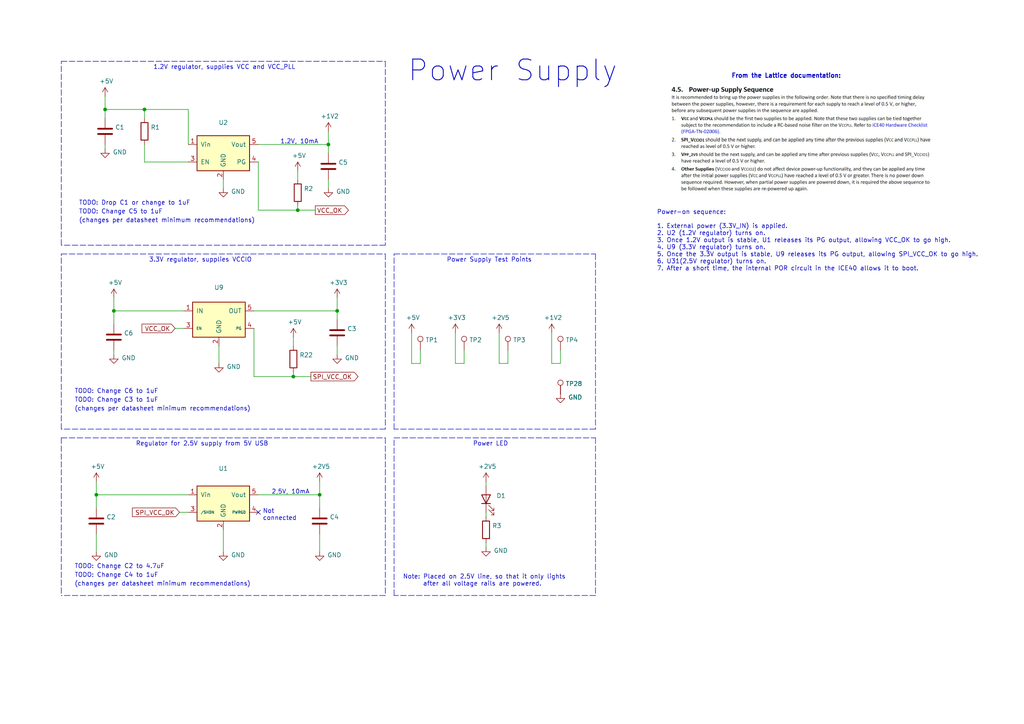
<source format=kicad_sch>
(kicad_sch (version 20211123) (generator eeschema)
  (paper "A4")
  (title_block (title "Power Supply") (date "2021-09-29") (rev "V1") (company "Tillitis AB") (comment 1 "2022"))
  (lib_symbols
    (symbol "Connector:TestPoint" (pin_numbers hide) (pin_names (offset 0.762) hide)
      (property "Reference" "TP" (at 0 6.858 0))
      (property "Value" "TestPoint" (at 0 5.08 0))
      (symbol "TestPoint_0_1"
        (circle (center 0 3.302) (radius 0.762))
      )
      (symbol "TestPoint_1_1"
        (pin passive line (at 0 0 90) (length 2.54) (name "1") (number "1"))
      )
    )
    (symbol "Device:C" (pin_numbers hide) (pin_names (offset 0.254))
      (property "Reference" "C" (at 0.635 2.54 0))
      (property "Value" "C" (at 0.635 -2.54 0))
      (symbol "C_0_1"
        (polyline (pts (xy -2.032 -0.762) (xy 2.032 -0.762)) (stroke (width 0.508)))
        (polyline (pts (xy -2.032 0.762) (xy 2.032 0.762)) (stroke (width 0.508)))
      )
      (symbol "C_1_1"
        (pin passive line (at 0 3.81 270) (length 2.794) (name "~") (number "1"))
        (pin passive line (at 0 -3.81 90) (length 2.794) (name "~") (number "2"))
      )
    )
    (symbol "Device:LED" (pin_numbers hide) (pin_names (offset 1.016) hide)
      (property "Reference" "D" (at 0 2.54 0))
      (property "Value" "LED" (at 0 -2.54 0))
      (symbol "LED_0_1"
        (polyline (pts (xy -1.27 -1.27) (xy -1.27 1.27)) (stroke (width 0.254)))
        (polyline (pts (xy -1.27 0) (xy 1.27 0)))
        (polyline (pts (xy 1.27 -1.27) (xy 1.27 1.27) (xy -1.27 0) (xy 1.27 -1.27)) (stroke (width 0.254)))
        (polyline (pts (xy -3.048 -0.762) (xy -4.572 -2.286) (xy -3.81 -2.286) (xy -4.572 -2.286) (xy -4.572 -1.524)))
        (polyline (pts (xy -1.778 -0.762) (xy -3.302 -2.286) (xy -2.54 -2.286) (xy -3.302 -2.286) (xy -3.302 -1.524)))
      )
      (symbol "LED_1_1"
        (pin passive line (at -3.81 0 0) (length 2.54) (name "K") (number "1"))
        (pin passive line (at 3.81 0 180) (length 2.54) (name "A") (number "2"))
      )
    )
    (symbol "Device:R" (pin_numbers hide) (pin_names (offset 0))
      (property "Reference" "R" (at 2.032 0 90))
      (property "Value" "R" (at 0 0 90))
      (symbol "R_0_1"
        (rectangle (start -1.016 -2.54) (end 1.016 2.54) (stroke (width 0.254)))
      )
      (symbol "R_1_1"
        (pin passive line (at 0 3.81 270) (length 1.27) (name "~") (number "1"))
        (pin passive line (at 0 -3.81 90) (length 1.27) (name "~") (number "2"))
      )
    )
    (symbol "mta1:MCP1824T-2502EOT" (pin_names (offset 1.016))
      (property "Reference" "U" (at 7.62 -6.35 0))
      (property "Value" "MCP1824T-2502EOT" (at 0 7.62 0))
      (symbol "MCP1824T-2502EOT_1_1"
        (rectangle (start -7.62 6.35) (end 7.62 -3.81) (stroke (width 0.254)) (fill (type background)))
        (pin power_in line (at -10.16 3.81 0) (length 2.54) (name "Vin") (number "1"))
        (pin power_in line (at 0 -6.35 90) (length 2.54) (name "GND") (number "2"))
        (pin input line (at -10.16 -1.27 0) (length 2.54) (name "/SHDN") (number "3"))
        (pin open_collector line (at 10.16 -1.27 180) (length 2.54) (name "PWRGD") (number "4"))
        (pin power_out line (at 10.16 3.81 180) (length 2.54) (name "Vout") (number "5"))
      )
    )
    (symbol "mta1:MIC5258-1.2YM5-TR" (pin_names (offset 1.016))
      (property "Reference" "U" (at 7.62 -6.35 0))
      (property "Value" "MIC5258-1.2YM5-TR" (at 0 7.62 0))
      (symbol "MIC5258-1.2YM5-TR_1_1"
        (rectangle (start -7.62 6.35) (end 7.62 -3.81) (stroke (width 0.254)) (fill (type background)))
        (pin power_in line (at -10.16 3.81 0) (length 2.54) (name "Vin") (number "1"))
        (pin power_in line (at 0 -6.35 90) (length 2.54) (name "GND") (number "2"))
        (pin input line (at -10.16 -1.27 0) (length 2.54) (name "EN") (number "3"))
        (pin open_collector line (at 10.16 -1.27 180) (length 2.54) (name "PG") (number "4"))
        (pin power_out line (at 10.16 3.81 180) (length 2.54) (name "Vout") (number "5"))
      )
    )
    (symbol "mta1:NCP752BSN33T1G" (pin_names (offset 1.016))
      (property "Reference" "U" (at 5.08 -6.35 0))
      (property "Value" "NCP752BSN33T1G" (at 0 6.35 0))
      (symbol "NCP752BSN33T1G_1_1"
        (rectangle (start -7.62 5.08) (end 7.62 -5.08) (stroke (width 0.254)) (fill (type background)))
        (pin power_in line (at -10.16 2.54 0) (length 2.54) (name "IN") (number "1"))
        (pin power_in line (at 0 -7.62 90) (length 2.54) (name "GND") (number "2"))
        (pin input line (at -10.16 -2.54 0) (length 2.54) (name "EN") (number "3"))
        (pin open_collector line (at 10.16 -2.54 180) (length 2.54) (name "PG") (number "4"))
        (pin power_out line (at 10.16 2.54 180) (length 2.54) (name "OUT") (number "5"))
      )
    )
    (symbol "power:+1V2" (power) (pin_names (offset 0))
      (property "Value" "+1V2" (at 0 3.556 0))
      (symbol "+1V2_0_1"
        (polyline (pts (xy -0.762 1.27) (xy 0 2.54)))
        (polyline (pts (xy 0 0) (xy 0 2.54)))
        (polyline (pts (xy 0 2.54) (xy 0.762 1.27)))
      )
      (symbol "+1V2_1_1"
        (pin power_in line (at 0 0 90) (length 0) hide (name "+1V2") (number "1"))
      )
    )
    (symbol "power:+2V5" (power) (pin_names (offset 0))
      (property "Value" "+2V5" (at 0 3.556 0))
      (symbol "+2V5_0_1"
        (polyline (pts (xy -0.762 1.27) (xy 0 2.54)))
        (polyline (pts (xy 0 0) (xy 0 2.54)))
        (polyline (pts (xy 0 2.54) (xy 0.762 1.27)))
      )
      (symbol "+2V5_1_1"
        (pin power_in line (at 0 0 90) (length 0) hide (name "+2V5") (number "1"))
      )
    )
    (symbol "power:+3.3V" (power) (pin_names (offset 0))
      (property "Value" "+3.3V" (at 0 3.556 0))
      (symbol "+3.3V_0_1"
        (polyline (pts (xy -0.762 1.27) (xy 0 2.54)))
        (polyline (pts (xy 0 0) (xy 0 2.54)))
        (polyline (pts (xy 0 2.54) (xy 0.762 1.27)))
      )
      (symbol "+3.3V_1_1"
        (pin power_in line (at 0 0 90) (length 0) hide (name "+3V3") (number "1"))
      )
    )
    (symbol "power:+5V" (power) (pin_names (offset 0))
      (property "Value" "+5V" (at 0 3.556 0))
      (symbol "+5V_0_1"
        (polyline (pts (xy -0.762 1.27) (xy 0 2.54)))
        (polyline (pts (xy 0 0) (xy 0 2.54)))
        (polyline (pts (xy 0 2.54) (xy 0.762 1.27)))
      )
      (symbol "+5V_1_1"
        (pin power_in line (at 0 0 90) (length 0) hide (name "+5V") (number "1"))
      )
    )
    (symbol "power:GND" (power) (pin_names (offset 0))
      (property "Value" "GND" (at 0 -3.81 0))
      (symbol "GND_0_1"
        (polyline (pts (xy 0 0) (xy 0 -1.27) (xy 1.27 -1.27) (xy 0 -2.54) (xy -1.27 -1.27) (xy 0 -1.27)))
      )
      (symbol "GND_1_1"
        (pin power_in line (at 0 0 270) (length 0) hide (name "GND") (number "1"))
      )
    )
  )
  (junction (at 30.48 31.75))
  (junction (at 33.02 90.17))
  (junction (at 41.91 31.75))
  (junction (at 86.36 60.96))
  (junction (at 92.71 143.51))
  (junction (at 95.25 41.91))
  (junction (at 27.94 143.51))
  (junction (at 85.09 109.22))
  (junction (at 97.79 90.17))
  (no_connect (at 74.93 148.59))
  (wire (pts (xy 74.93 41.91) (xy 95.25 41.91)))
  (polyline (pts (xy 111.76 73.66) (xy 111.76 124.46)))
  (wire (pts (xy 41.91 41.91) (xy 41.91 46.99)))
  (polyline (pts (xy 114.3 124.46) (xy 114.3 73.66)))
  (polyline (pts (xy 111.76 124.46) (xy 17.78 124.46)))
  (wire (pts (xy 54.61 143.51) (xy 27.94 143.51)))
  (wire (pts (xy 97.79 100.33) (xy 97.79 102.87)))
  (wire (pts (xy 30.48 41.91) (xy 30.48 43.18)))
  (wire (pts (xy 64.77 153.67) (xy 64.77 160.02)))
  (polyline (pts (xy 111.76 71.12) (xy 17.78 71.12)))
  (wire (pts (xy 64.77 52.07) (xy 64.77 54.61)))
  (wire (pts (xy 27.94 139.7) (xy 27.94 143.51)))
  (wire (pts (xy 97.79 90.17) (xy 97.79 92.71)))
  (wire (pts (xy 41.91 31.75) (xy 54.61 31.75)))
  (wire (pts (xy 95.25 41.91) (xy 95.25 44.45)))
  (wire (pts (xy 132.08 105.41) (xy 134.62 105.41)))
  (wire (pts (xy 30.48 27.94) (xy 30.48 31.75)))
  (wire (pts (xy 33.02 101.6) (xy 33.02 102.87)))
  (wire (pts (xy 54.61 41.91) (xy 54.61 31.75)))
  (wire (pts (xy 74.93 60.96) (xy 86.36 60.96)))
  (polyline (pts (xy 114.3 127) (xy 172.72 127)))
  (wire (pts (xy 119.38 96.52) (xy 119.38 105.41)))
  (wire (pts (xy 73.66 90.17) (xy 97.79 90.17)))
  (polyline (pts (xy 17.78 124.46) (xy 17.78 73.66)))
  (wire (pts (xy 160.02 96.52) (xy 160.02 105.41)))
  (wire (pts (xy 74.93 143.51) (xy 92.71 143.51)))
  (wire (pts (xy 140.97 148.59) (xy 140.97 149.86)))
  (wire (pts (xy 54.61 148.59) (xy 52.07 148.59)))
  (polyline (pts (xy 114.3 73.66) (xy 172.72 73.66)))
  (wire (pts (xy 121.92 105.41) (xy 121.92 101.6)))
  (polyline (pts (xy 17.78 71.12) (xy 17.78 17.78)))
  (polyline (pts (xy 17.78 73.66) (xy 111.76 73.66)))
  (polyline (pts (xy 114.3 172.72) (xy 114.3 127)))
  (polyline (pts (xy 111.76 127) (xy 111.76 172.72)))
  (wire (pts (xy 92.71 154.94) (xy 92.71 160.02)))
  (wire (pts (xy 140.97 139.7) (xy 140.97 140.97)))
  (wire (pts (xy 95.25 52.07) (xy 95.25 54.61)))
  (wire (pts (xy 85.09 107.95) (xy 85.09 109.22)))
  (wire (pts (xy 97.79 90.17) (xy 97.79 86.36)))
  (wire (pts (xy 134.62 105.41) (xy 134.62 101.6)))
  (polyline (pts (xy 111.76 172.72) (xy 17.78 172.72)))
  (wire (pts (xy 132.08 96.52) (xy 132.08 105.41)))
  (wire (pts (xy 85.09 100.33) (xy 85.09 97.79)))
  (wire (pts (xy 54.61 46.99) (xy 41.91 46.99)))
  (polyline (pts (xy 111.76 17.78) (xy 111.76 71.12)))
  (wire (pts (xy 86.36 60.96) (xy 91.44 60.96)))
  (wire (pts (xy 144.78 96.52) (xy 144.78 105.41)))
  (polyline (pts (xy 172.72 73.66) (xy 172.72 124.46)))
  (wire (pts (xy 33.02 86.36) (xy 33.02 90.17)))
  (wire (pts (xy 140.97 157.48) (xy 140.97 158.75)))
  (wire (pts (xy 41.91 34.29) (xy 41.91 31.75)))
  (wire (pts (xy 74.93 46.99) (xy 74.93 60.96)))
  (wire (pts (xy 73.66 95.25) (xy 73.66 109.22)))
  (wire (pts (xy 160.02 105.41) (xy 162.56 105.41)))
  (wire (pts (xy 147.32 105.41) (xy 147.32 101.6)))
  (wire (pts (xy 27.94 143.51) (xy 27.94 147.32)))
  (wire (pts (xy 144.78 105.41) (xy 147.32 105.41)))
  (wire (pts (xy 33.02 90.17) (xy 53.34 90.17)))
  (polyline (pts (xy 17.78 127) (xy 111.76 127)))
  (wire (pts (xy 92.71 147.32) (xy 92.71 143.51)))
  (wire (pts (xy 30.48 31.75) (xy 30.48 34.29)))
  (polyline (pts (xy 172.72 172.72) (xy 114.3 172.72)))
  (wire (pts (xy 162.56 105.41) (xy 162.56 101.6)))
  (wire (pts (xy 86.36 52.07) (xy 86.36 49.53)))
  (wire (pts (xy 95.25 38.1) (xy 95.25 41.91)))
  (wire (pts (xy 85.09 109.22) (xy 90.17 109.22)))
  (wire (pts (xy 53.34 95.25) (xy 50.8 95.25)))
  (polyline (pts (xy 17.78 17.78) (xy 111.76 17.78)))
  (wire (pts (xy 92.71 143.51) (xy 92.71 139.7)))
  (wire (pts (xy 73.66 109.22) (xy 85.09 109.22)))
  (polyline (pts (xy 17.78 127) (xy 17.78 172.72)))
  (polyline (pts (xy 172.72 127) (xy 172.72 172.72)))
  (wire (pts (xy 27.94 154.94) (xy 27.94 160.02)))
  (polyline (pts (xy 172.72 124.46) (xy 114.3 124.46)))
  (wire (pts (xy 33.02 90.17) (xy 33.02 93.98)))
  (wire (pts (xy 30.48 31.75) (xy 41.91 31.75)))
  (wire (pts (xy 119.38 105.41) (xy 121.92 105.41)))
  (wire (pts (xy 63.5 100.33) (xy 63.5 105.41)))
  (wire (pts (xy 86.36 59.69) (xy 86.36 60.96)))
  (image (at 232.41 40.64) (scale 0.5))
  (text "Power-on sequence:\n\n1. External power (3.3V_IN) is applied.\n2. U2 (1.2V regulator) turns on.\n3. Once 1.2V output is stable, U1 releases its PG output, allowing VCC_OK to go high.\n4. U9 (3.3V regulator) turns on.\n5. Once the 3.3V output is stable, U9 releases its PG output, allowing SPI_VCC_OK to go high.\n6. U31(2.5V regulator) turns on.\n7. After a short time, the internal POR circuit in the ICE40 allows it to boot." (at 190.5 78.74 0) (effects (font (size 1.27 1.27)) (justify left bottom)))
  (text "TODO: Change C2 to 4.7uF" (at 21.59 165.1 0) (effects (font (size 1.27 1.27)) (justify left bottom)))
  (text "(changes per datasheet minimum recommendations)" (at 21.59 170.18 0) (effects (font (size 1.27 1.27)) (justify left bottom)))
  (text "(changes per datasheet minimum recommendations)" (at 21.59 119.38 0) (effects (font (size 1.27 1.27)) (justify left bottom)))
  (text "TODO: Change C6 to 1uF" (at 21.59 114.3 0) (effects (font (size 1.27 1.27)) (justify left bottom)))
  (text "2,5V, 10mA" (at 78.74 143.51 0) (effects (font (size 1.27 1.27)) (justify left bottom)))
  (text "Note: Placed on 2.5V line, so that it only lights\n      after all voltage rails are powered." (at 116.84 170.18 0) (effects (font (size 1.27 1.27)) (justify left bottom)))
  (text "TODO: Change C3 to 1uF" (at 21.59 116.84 0) (effects (font (size 1.27 1.27)) (justify left bottom)))
  (text "1.2V, 10mA" (at 81.28 41.91 0) (effects (font (size 1.27 1.27)) (justify left bottom)))
  (text "Power Supply" (at 118.11 24.13 0) (effects (font (size 6 6) (thickness 0.254) bold) (justify left bottom)))
  (text "TODO: Drop C1 or change to 1uF" (at 22.86 59.69 0) (effects (font (size 1.27 1.27)) (justify left bottom)))
  (text "TODO: Change C5 to 1uF" (at 22.86 62.23 0) (effects (font (size 1.27 1.27)) (justify left bottom)))
  (text "From the Lattice documentation:" (at 212.09 22.86 0) (effects (font (size 1.27 1.27) (thickness 0.254) bold) (justify left bottom)))
  (text "1.2V regulator, supplies VCC and VCC_PLL" (at 44.45 20.32 0) (effects (font (size 1.27 1.27)) (justify left bottom)))
  (text "3.3V regulator, supplies VCCIO" (at 43.18 76.2 0) (effects (font (size 1.27 1.27)) (justify left bottom)))
  (text "TODO: Change C4 to 1uF" (at 21.59 167.64 0) (effects (font (size 1.27 1.27)) (justify left bottom)))
  (text "Not\nconnected" (at 76.2 151.13 0) (effects (font (size 1.27 1.27)) (justify left bottom)))
  (text "Power Supply Test Points" (at 129.54 76.2 0) (effects (font (size 1.27 1.27)) (justify left bottom)))
  (text "(changes per datasheet minimum recommendations)" (at 22.86 64.77 0) (effects (font (size 1.27 1.27)) (justify left bottom)))
  (text "Power LED" (at 137.16 129.54 0) (effects (font (size 1.27 1.27)) (justify left bottom)))
  (text "Regulator for 2.5V supply from 5V USB" (at 39.37 129.54 0) (effects (font (size 1.27 1.27)) (justify left bottom)))
  (global_label "SPI_VCC_OK" (shape input) (at 52.07 148.59 180) (property "Intersheet References" "${INTERSHEET_REFS}" (effects hide)))
  (global_label "VCC_OK" (shape output) (at 91.44 60.96 0) (property "Intersheet References" "${INTERSHEET_REFS}" (effects hide)))
  (global_label "SPI_VCC_OK" (shape output) (at 90.17 109.22 0) (property "Intersheet References" "${INTERSHEET_REFS}" (effects hide)))
  (global_label "VCC_OK" (shape input) (at 50.8 95.25 180) (property "Intersheet References" "${INTERSHEET_REFS}" (effects hide)))
  (symbol (lib_id "power:GND") (at 64.77 54.61 0) (unit 1)
    (property "Reference" "#GND05" (effects hide))
    (property "Value" "GND" (at 67.0052 55.5498 0) (effects (justify left)))
  )
  (symbol (lib_id "Device:C") (at 30.48 38.1 0) (unit 1)
    (property "Reference" "C1" (at 33.401 36.9316 0) (effects (justify left)))
    (property "Manufacturer" "Any/not critical" (effects hide))
    (property "Extended Value" "10V,X5R,20%" (effects hide))
  )
  (symbol (lib_id "Device:R") (at 41.91 38.1 0) (unit 1)
    (property "Reference" "R1" (at 43.688 36.9316 0) (effects (justify left)))
    (property "Manufacturer" "Any/not critical" (effects hide))
    (property "Extended Value" "1/16W,5%" (effects hide))
  )
  (symbol (lib_id "power:GND") (at 30.48 43.18 0) (unit 1)
    (property "Reference" "#GND01" (effects hide))
    (property "Value" "GND" (at 32.7152 44.1198 0) (effects (justify left)))
  )
  (symbol (lib_id "Device:C") (at 95.25 48.26 0) (unit 1)
    (property "Reference" "C5" (at 98.171 47.0916 0) (effects (justify left)))
    (property "Manufacturer" "Any/not critical" (effects hide))
    (property "Extended Value" "10V,X5R,20%" (effects hide))
  )
  (symbol (lib_id "power:GND") (at 95.25 54.61 0) (unit 1)
    (property "Reference" "#GND08" (effects hide))
    (property "Value" "GND" (at 97.4852 55.5498 0) (effects (justify left)))
  )
  (symbol (lib_id "Device:R") (at 86.36 55.88 0) (unit 1)
    (property "Reference" "R2" (at 88.138 54.7116 0) (effects (justify left)))
    (property "Manufacturer" "Any/not critical" (effects hide))
    (property "Extended Value" "1/16W,5%" (effects hide))
  )
  (symbol (lib_id "power:GND") (at 63.5 105.41 0) (unit 1)
    (property "Reference" "#GND03" (effects hide))
    (property "Value" "GND" (at 65.7352 106.3498 0) (effects (justify left)))
  )
  (symbol (lib_id "Device:C") (at 97.79 96.52 0) (unit 1)
    (property "Reference" "C3" (at 100.711 95.3516 0) (effects (justify left)))
    (property "Manufacturer" "Any/not critical" (effects hide))
    (property "Extended Value" "10V,X5R,20%" (effects hide))
  )
  (symbol (lib_id "power:GND") (at 97.79 102.87 0) (unit 1)
    (property "Reference" "#GND06" (effects hide))
    (property "Value" "GND" (at 100.0252 103.8098 0) (effects (justify left)))
  )
  (symbol (lib_id "mta1:MIC5258-1.2YM5-TR") (at 64.77 45.72 0) (unit 1)
    (property "Reference" "U2" (at 64.77 35.56 0))
    (property "Datasheet" "https://eu.mouser.com/datasheet/2/268/mic5258-1891212.pdf" (effects hide))
    (property "Manufacturer" "Micrel Inc." (effects hide))
    (property "Manufacturer Part Number" "MIC5258-1.2YM5" (effects hide))
    (property "Supplier" "Digikey" (effects hide))
    (property "Supplier Part Number" "2156-MIC5258-1.2YM5-ND" (effects hide))
  )
  (symbol (lib_id "mta1:MCP1824T-2502EOT") (at 64.77 147.32 0) (unit 1)
    (property "Reference" "U1" (at 64.77 135.89 0))
    (property "Datasheet" "https://www.mouser.se/datasheet/2/268/22070a-53890.pdf" (effects hide))
    (property "Manufacturer" "Microchip" (effects hide))
    (property "Manufacturer Part Number" "MCP1824T-2502EOT" (effects hide))
    (property "Supplier" "Digikey" (effects hide))
    (property "Supplier Part Number" "MCP1824T-2502E/OTCT-ND" (effects hide))
  )
  (symbol (lib_id "Device:C") (at 27.94 151.13 0) (unit 1)
    (property "Reference" "C2" (at 30.861 149.9616 0) (effects (justify left)))
    (property "Manufacturer" "Any/not critical" (effects hide))
    (property "Extended Value" "10V,X5R,20%" (effects hide))
  )
  (symbol (lib_id "power:GND") (at 27.94 160.02 0) (unit 1)
    (property "Reference" "#GND02" (effects hide))
    (property "Value" "GND" (at 30.1752 160.9598 0) (effects (justify left)))
  )
  (symbol (lib_id "power:GND") (at 64.77 160.02 0) (unit 1)
    (property "Reference" "#GND04" (effects hide))
    (property "Value" "GND" (at 67.0052 160.9598 0) (effects (justify left)))
  )
  (symbol (lib_id "Device:C") (at 92.71 151.13 0) (unit 1)
    (property "Reference" "C4" (at 95.631 149.9616 0) (effects (justify left)))
    (property "Manufacturer" "Any/not critical" (effects hide))
    (property "Extended Value" "10V,X5R,20%" (effects hide))
  )
  (symbol (lib_id "power:GND") (at 92.71 160.02 0) (unit 1)
    (property "Reference" "#GND07" (effects hide))
    (property "Value" "GND" (at 94.9452 160.9598 0) (effects (justify left)))
  )
  (symbol (lib_id "Connector:TestPoint") (at 134.62 101.6 0) (unit 1) (in_bom no)
    (property "Reference" "TP2" (at 136.0932 98.6028 0) (effects (justify left)))
  )
  (symbol (lib_id "Connector:TestPoint") (at 147.32 101.6 0) (unit 1) (in_bom no)
    (property "Reference" "TP3" (at 148.7932 98.6028 0) (effects (justify left)))
  )
  (symbol (lib_id "Connector:TestPoint") (at 162.56 101.6 0) (unit 1) (in_bom no)
    (property "Reference" "TP4" (at 164.0332 98.6028 0) (effects (justify left)))
  )
  (symbol (lib_id "power:+3.3V") (at 97.79 86.36 0) (unit 1)
    (property "Reference" "#PWR05" (effects hide))
    (property "Value" "+3.3V" (at 98.171 81.9658 0))
  )
  (symbol (lib_id "power:+3.3V") (at 132.08 96.52 0) (unit 1)
    (property "Reference" "#PWR010" (effects hide))
    (property "Value" "+3.3V" (at 132.461 92.1258 0))
  )
  (symbol (lib_id "power:+1V2") (at 95.25 38.1 0) (unit 1)
    (property "Reference" "#PWR08" (effects hide))
    (property "Value" "+1V2" (at 95.631 33.7058 0))
  )
  (symbol (lib_id "power:+1V2") (at 160.02 96.52 0) (unit 1)
    (property "Reference" "#PWR013" (effects hide))
    (property "Value" "+1V2" (at 160.401 92.1258 0))
  )
  (symbol (lib_id "power:+2V5") (at 92.71 139.7 0) (unit 1)
    (property "Reference" "#PWR07" (effects hide))
    (property "Value" "+2V5" (at 93.091 135.3058 0))
  )
  (symbol (lib_id "power:+2V5") (at 144.78 96.52 0) (unit 1)
    (property "Reference" "#PWR012" (effects hide))
    (property "Value" "+2V5" (at 145.161 92.1258 0))
  )
  (symbol (lib_id "power:+2V5") (at 140.97 139.7 0) (unit 1)
    (property "Reference" "#PWR014" (effects hide))
    (property "Value" "+2V5" (at 141.351 135.3058 0))
  )
  (symbol (lib_id "mta1:NCP752BSN33T1G") (at 63.5 92.71 0) (unit 1)
    (property "Reference" "U9" (at 63.5 83.3882 0))
    (property "Manufacturer" "onsemi" (effects hide))
    (property "Manufacturer Part Number" "NCP752BSN33T1G" (effects hide))
    (property "Supplier" "Digikey" (effects hide))
    (property "Supplier Part Number" "NCP752BSN33T1GOSCT-ND" (effects hide))
  )
  (symbol (lib_id "power:+5V") (at 86.36 49.53 0) (unit 1)
    (property "Reference" "#PWR06" (effects hide))
    (property "Value" "+5V" (at 86.741 45.1358 0))
  )
  (symbol (lib_id "power:+5V") (at 85.09 97.79 0) (unit 1)
    (property "Reference" "#PWR04" (effects hide))
    (property "Value" "+5V" (at 85.471 93.3958 0))
  )
  (symbol (lib_id "Device:C") (at 33.02 97.79 0) (unit 1)
    (property "Reference" "C6" (at 35.941 96.6216 0) (effects (justify left)))
    (property "Manufacturer" "Any/not critical" (effects hide))
    (property "Extended Value" "10V,X5R,20%" (effects hide))
  )
  (symbol (lib_id "power:GND") (at 33.02 102.87 0) (unit 1)
    (property "Reference" "#GND0101" (effects hide))
    (property "Value" "GND" (at 35.2552 103.8098 0) (effects (justify left)))
  )
  (symbol (lib_id "power:+5V") (at 30.48 27.94 0) (unit 1)
    (property "Reference" "#PWR01" (effects hide))
    (property "Value" "+5V" (at 30.861 23.5458 0))
  )
  (symbol (lib_id "power:+5V") (at 33.02 86.36 0) (unit 1)
    (property "Reference" "#PWR03" (effects hide))
    (property "Value" "+5V" (at 33.401 81.9658 0))
  )
  (symbol (lib_id "power:+5V") (at 27.94 139.7 0) (unit 1)
    (property "Reference" "#PWR02" (effects hide))
    (property "Value" "+5V" (at 28.321 135.3058 0))
  )
  (symbol (lib_id "Device:R") (at 140.97 153.67 0) (unit 1)
    (property "Reference" "R3" (at 142.748 152.5016 0) (effects (justify left)))
    (property "Manufacturer" "Any/not critical" (effects hide))
    (property "Extended Value" "1/16W,5%" (effects hide))
  )
  (symbol (lib_id "Device:LED") (at 140.97 144.78 90) (unit 1)
    (property "Reference" "D1" (at 143.9672 143.7894 90) (effects (justify right)))
    (property "Manufacturer" "Foshan NationStar" (effects hide))
    (property "Manufacturer Part Number" "NCD0402B1" (effects hide))
    (property "Supplier" "LCSC" (effects hide))
    (property "Supplier Part Number" "C130724" (effects hide))
  )
  (symbol (lib_id "Connector:TestPoint") (at 121.92 101.6 0) (unit 1) (in_bom no)
    (property "Reference" "TP1" (at 123.3932 98.6028 0) (effects (justify left)))
  )
  (symbol (lib_id "power:+5V") (at 119.38 96.52 0) (unit 1)
    (property "Reference" "#PWR09" (effects hide))
    (property "Value" "+5V" (at 119.761 92.1258 0))
  )
  (symbol (lib_id "power:GND") (at 140.97 158.75 0) (unit 1)
    (property "Reference" "#GND0111" (effects hide))
    (property "Value" "GND" (at 143.2052 159.6898 0) (effects (justify left)))
  )
  (symbol (lib_id "Device:R") (at 85.09 104.14 0) (unit 1)
    (property "Reference" "R22" (at 86.868 102.9716 0) (effects (justify left)))
    (property "Manufacturer" "Any/not critical" (effects hide))
    (property "Extended Value" "1/16W,5%" (effects hide))
  )
  (symbol (lib_id "power:GND") (at 162.56 114.3 0) (unit 1)
    (property "Reference" "#GND032" (effects hide))
    (property "Value" "GND" (at 164.7952 115.2398 0) (effects (justify left)))
  )
  (symbol (lib_id "Connector:TestPoint") (at 162.56 114.3 0) (unit 1) (in_bom no)
    (property "Reference" "TP28" (at 164.0332 111.3028 0) (effects (justify left)))
  )
)
</source>
